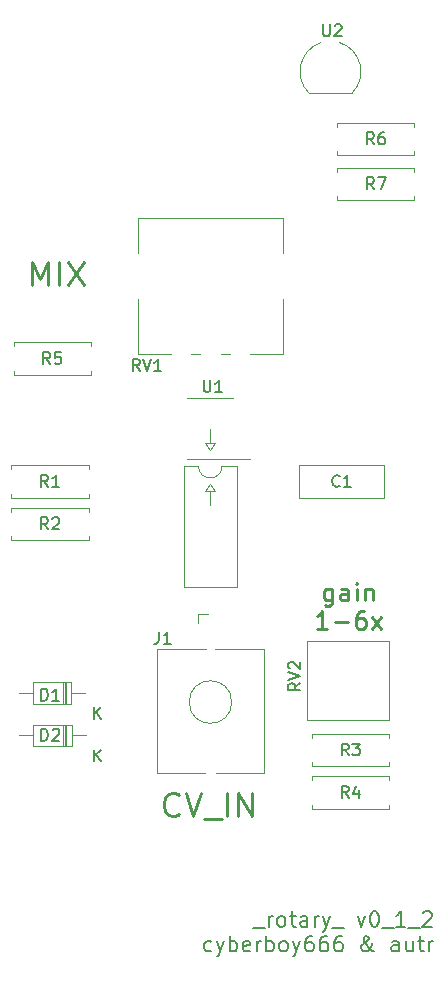
<source format=gbr>
%TF.GenerationSoftware,KiCad,Pcbnew,6.0.7*%
%TF.CreationDate,2023-06-08T16:58:43+12:00*%
%TF.ProjectId,_rotary_,5f726f74-6172-4795-9f2e-6b696361645f,v0_1_2*%
%TF.SameCoordinates,Original*%
%TF.FileFunction,Legend,Top*%
%TF.FilePolarity,Positive*%
%FSLAX46Y46*%
G04 Gerber Fmt 4.6, Leading zero omitted, Abs format (unit mm)*
G04 Created by KiCad (PCBNEW 6.0.7) date 2023-06-08 16:58:43*
%MOMM*%
%LPD*%
G01*
G04 APERTURE LIST*
%ADD10C,0.250000*%
%ADD11C,0.200000*%
%ADD12C,0.150000*%
%ADD13C,0.120000*%
G04 APERTURE END LIST*
D10*
X110307142Y-108071071D02*
X110307142Y-109285357D01*
X110235714Y-109428214D01*
X110164285Y-109499642D01*
X110021428Y-109571071D01*
X109807142Y-109571071D01*
X109664285Y-109499642D01*
X110307142Y-108999642D02*
X110164285Y-109071071D01*
X109878571Y-109071071D01*
X109735714Y-108999642D01*
X109664285Y-108928214D01*
X109592857Y-108785357D01*
X109592857Y-108356785D01*
X109664285Y-108213928D01*
X109735714Y-108142500D01*
X109878571Y-108071071D01*
X110164285Y-108071071D01*
X110307142Y-108142500D01*
X111664285Y-109071071D02*
X111664285Y-108285357D01*
X111592857Y-108142500D01*
X111450000Y-108071071D01*
X111164285Y-108071071D01*
X111021428Y-108142500D01*
X111664285Y-108999642D02*
X111521428Y-109071071D01*
X111164285Y-109071071D01*
X111021428Y-108999642D01*
X110950000Y-108856785D01*
X110950000Y-108713928D01*
X111021428Y-108571071D01*
X111164285Y-108499642D01*
X111521428Y-108499642D01*
X111664285Y-108428214D01*
X112378571Y-109071071D02*
X112378571Y-108071071D01*
X112378571Y-107571071D02*
X112307142Y-107642500D01*
X112378571Y-107713928D01*
X112450000Y-107642500D01*
X112378571Y-107571071D01*
X112378571Y-107713928D01*
X113092857Y-108071071D02*
X113092857Y-109071071D01*
X113092857Y-108213928D02*
X113164285Y-108142500D01*
X113307142Y-108071071D01*
X113521428Y-108071071D01*
X113664285Y-108142500D01*
X113735714Y-108285357D01*
X113735714Y-109071071D01*
X109878571Y-111486071D02*
X109021428Y-111486071D01*
X109450000Y-111486071D02*
X109450000Y-109986071D01*
X109307142Y-110200357D01*
X109164285Y-110343214D01*
X109021428Y-110414642D01*
X110521428Y-110914642D02*
X111664285Y-110914642D01*
X113021428Y-109986071D02*
X112735714Y-109986071D01*
X112592857Y-110057500D01*
X112521428Y-110128928D01*
X112378571Y-110343214D01*
X112307142Y-110628928D01*
X112307142Y-111200357D01*
X112378571Y-111343214D01*
X112450000Y-111414642D01*
X112592857Y-111486071D01*
X112878571Y-111486071D01*
X113021428Y-111414642D01*
X113092857Y-111343214D01*
X113164285Y-111200357D01*
X113164285Y-110843214D01*
X113092857Y-110700357D01*
X113021428Y-110628928D01*
X112878571Y-110557500D01*
X112592857Y-110557500D01*
X112450000Y-110628928D01*
X112378571Y-110700357D01*
X112307142Y-110843214D01*
X113664285Y-111486071D02*
X114450000Y-110486071D01*
X113664285Y-110486071D02*
X114450000Y-111486071D01*
X97326190Y-127164285D02*
X97230952Y-127259523D01*
X96945238Y-127354761D01*
X96754761Y-127354761D01*
X96469047Y-127259523D01*
X96278571Y-127069047D01*
X96183333Y-126878571D01*
X96088095Y-126497619D01*
X96088095Y-126211904D01*
X96183333Y-125830952D01*
X96278571Y-125640476D01*
X96469047Y-125450000D01*
X96754761Y-125354761D01*
X96945238Y-125354761D01*
X97230952Y-125450000D01*
X97326190Y-125545238D01*
X97897619Y-125354761D02*
X98564285Y-127354761D01*
X99230952Y-125354761D01*
X99421428Y-127545238D02*
X100945238Y-127545238D01*
X101421428Y-127354761D02*
X101421428Y-125354761D01*
X102373809Y-127354761D02*
X102373809Y-125354761D01*
X103516666Y-127354761D01*
X103516666Y-125354761D01*
D11*
X103617619Y-136815404D02*
X104608095Y-136815404D01*
X104917619Y-136691595D02*
X104917619Y-135824928D01*
X104917619Y-136072547D02*
X104979523Y-135948738D01*
X105041428Y-135886833D01*
X105165238Y-135824928D01*
X105289047Y-135824928D01*
X105908095Y-136691595D02*
X105784285Y-136629690D01*
X105722380Y-136567785D01*
X105660476Y-136443976D01*
X105660476Y-136072547D01*
X105722380Y-135948738D01*
X105784285Y-135886833D01*
X105908095Y-135824928D01*
X106093809Y-135824928D01*
X106217619Y-135886833D01*
X106279523Y-135948738D01*
X106341428Y-136072547D01*
X106341428Y-136443976D01*
X106279523Y-136567785D01*
X106217619Y-136629690D01*
X106093809Y-136691595D01*
X105908095Y-136691595D01*
X106712857Y-135824928D02*
X107208095Y-135824928D01*
X106898571Y-135391595D02*
X106898571Y-136505880D01*
X106960476Y-136629690D01*
X107084285Y-136691595D01*
X107208095Y-136691595D01*
X108198571Y-136691595D02*
X108198571Y-136010642D01*
X108136666Y-135886833D01*
X108012857Y-135824928D01*
X107765238Y-135824928D01*
X107641428Y-135886833D01*
X108198571Y-136629690D02*
X108074761Y-136691595D01*
X107765238Y-136691595D01*
X107641428Y-136629690D01*
X107579523Y-136505880D01*
X107579523Y-136382071D01*
X107641428Y-136258261D01*
X107765238Y-136196357D01*
X108074761Y-136196357D01*
X108198571Y-136134452D01*
X108817619Y-136691595D02*
X108817619Y-135824928D01*
X108817619Y-136072547D02*
X108879523Y-135948738D01*
X108941428Y-135886833D01*
X109065238Y-135824928D01*
X109189047Y-135824928D01*
X109498571Y-135824928D02*
X109808095Y-136691595D01*
X110117619Y-135824928D02*
X109808095Y-136691595D01*
X109684285Y-137001119D01*
X109622380Y-137063023D01*
X109498571Y-137124928D01*
X110303333Y-136815404D02*
X111293809Y-136815404D01*
X112470000Y-135824928D02*
X112779523Y-136691595D01*
X113089047Y-135824928D01*
X113831904Y-135391595D02*
X113955714Y-135391595D01*
X114079523Y-135453500D01*
X114141428Y-135515404D01*
X114203333Y-135639214D01*
X114265238Y-135886833D01*
X114265238Y-136196357D01*
X114203333Y-136443976D01*
X114141428Y-136567785D01*
X114079523Y-136629690D01*
X113955714Y-136691595D01*
X113831904Y-136691595D01*
X113708095Y-136629690D01*
X113646190Y-136567785D01*
X113584285Y-136443976D01*
X113522380Y-136196357D01*
X113522380Y-135886833D01*
X113584285Y-135639214D01*
X113646190Y-135515404D01*
X113708095Y-135453500D01*
X113831904Y-135391595D01*
X114512857Y-136815404D02*
X115503333Y-136815404D01*
X116493809Y-136691595D02*
X115750952Y-136691595D01*
X116122380Y-136691595D02*
X116122380Y-135391595D01*
X115998571Y-135577309D01*
X115874761Y-135701119D01*
X115750952Y-135763023D01*
X116741428Y-136815404D02*
X117731904Y-136815404D01*
X117979523Y-135515404D02*
X118041428Y-135453500D01*
X118165238Y-135391595D01*
X118474761Y-135391595D01*
X118598571Y-135453500D01*
X118660476Y-135515404D01*
X118722380Y-135639214D01*
X118722380Y-135763023D01*
X118660476Y-135948738D01*
X117917619Y-136691595D01*
X118722380Y-136691595D01*
X100089047Y-138722690D02*
X99965238Y-138784595D01*
X99717619Y-138784595D01*
X99593809Y-138722690D01*
X99531904Y-138660785D01*
X99470000Y-138536976D01*
X99470000Y-138165547D01*
X99531904Y-138041738D01*
X99593809Y-137979833D01*
X99717619Y-137917928D01*
X99965238Y-137917928D01*
X100089047Y-137979833D01*
X100522380Y-137917928D02*
X100831904Y-138784595D01*
X101141428Y-137917928D02*
X100831904Y-138784595D01*
X100708095Y-139094119D01*
X100646190Y-139156023D01*
X100522380Y-139217928D01*
X101636666Y-138784595D02*
X101636666Y-137484595D01*
X101636666Y-137979833D02*
X101760476Y-137917928D01*
X102008095Y-137917928D01*
X102131904Y-137979833D01*
X102193809Y-138041738D01*
X102255714Y-138165547D01*
X102255714Y-138536976D01*
X102193809Y-138660785D01*
X102131904Y-138722690D01*
X102008095Y-138784595D01*
X101760476Y-138784595D01*
X101636666Y-138722690D01*
X103308095Y-138722690D02*
X103184285Y-138784595D01*
X102936666Y-138784595D01*
X102812857Y-138722690D01*
X102750952Y-138598880D01*
X102750952Y-138103642D01*
X102812857Y-137979833D01*
X102936666Y-137917928D01*
X103184285Y-137917928D01*
X103308095Y-137979833D01*
X103370000Y-138103642D01*
X103370000Y-138227452D01*
X102750952Y-138351261D01*
X103927142Y-138784595D02*
X103927142Y-137917928D01*
X103927142Y-138165547D02*
X103989047Y-138041738D01*
X104050952Y-137979833D01*
X104174761Y-137917928D01*
X104298571Y-137917928D01*
X104731904Y-138784595D02*
X104731904Y-137484595D01*
X104731904Y-137979833D02*
X104855714Y-137917928D01*
X105103333Y-137917928D01*
X105227142Y-137979833D01*
X105289047Y-138041738D01*
X105350952Y-138165547D01*
X105350952Y-138536976D01*
X105289047Y-138660785D01*
X105227142Y-138722690D01*
X105103333Y-138784595D01*
X104855714Y-138784595D01*
X104731904Y-138722690D01*
X106093809Y-138784595D02*
X105970000Y-138722690D01*
X105908095Y-138660785D01*
X105846190Y-138536976D01*
X105846190Y-138165547D01*
X105908095Y-138041738D01*
X105970000Y-137979833D01*
X106093809Y-137917928D01*
X106279523Y-137917928D01*
X106403333Y-137979833D01*
X106465238Y-138041738D01*
X106527142Y-138165547D01*
X106527142Y-138536976D01*
X106465238Y-138660785D01*
X106403333Y-138722690D01*
X106279523Y-138784595D01*
X106093809Y-138784595D01*
X106960476Y-137917928D02*
X107270000Y-138784595D01*
X107579523Y-137917928D02*
X107270000Y-138784595D01*
X107146190Y-139094119D01*
X107084285Y-139156023D01*
X106960476Y-139217928D01*
X108631904Y-137484595D02*
X108384285Y-137484595D01*
X108260476Y-137546500D01*
X108198571Y-137608404D01*
X108074761Y-137794119D01*
X108012857Y-138041738D01*
X108012857Y-138536976D01*
X108074761Y-138660785D01*
X108136666Y-138722690D01*
X108260476Y-138784595D01*
X108508095Y-138784595D01*
X108631904Y-138722690D01*
X108693809Y-138660785D01*
X108755714Y-138536976D01*
X108755714Y-138227452D01*
X108693809Y-138103642D01*
X108631904Y-138041738D01*
X108508095Y-137979833D01*
X108260476Y-137979833D01*
X108136666Y-138041738D01*
X108074761Y-138103642D01*
X108012857Y-138227452D01*
X109870000Y-137484595D02*
X109622380Y-137484595D01*
X109498571Y-137546500D01*
X109436666Y-137608404D01*
X109312857Y-137794119D01*
X109250952Y-138041738D01*
X109250952Y-138536976D01*
X109312857Y-138660785D01*
X109374761Y-138722690D01*
X109498571Y-138784595D01*
X109746190Y-138784595D01*
X109870000Y-138722690D01*
X109931904Y-138660785D01*
X109993809Y-138536976D01*
X109993809Y-138227452D01*
X109931904Y-138103642D01*
X109870000Y-138041738D01*
X109746190Y-137979833D01*
X109498571Y-137979833D01*
X109374761Y-138041738D01*
X109312857Y-138103642D01*
X109250952Y-138227452D01*
X111108095Y-137484595D02*
X110860476Y-137484595D01*
X110736666Y-137546500D01*
X110674761Y-137608404D01*
X110550952Y-137794119D01*
X110489047Y-138041738D01*
X110489047Y-138536976D01*
X110550952Y-138660785D01*
X110612857Y-138722690D01*
X110736666Y-138784595D01*
X110984285Y-138784595D01*
X111108095Y-138722690D01*
X111170000Y-138660785D01*
X111231904Y-138536976D01*
X111231904Y-138227452D01*
X111170000Y-138103642D01*
X111108095Y-138041738D01*
X110984285Y-137979833D01*
X110736666Y-137979833D01*
X110612857Y-138041738D01*
X110550952Y-138103642D01*
X110489047Y-138227452D01*
X113831904Y-138784595D02*
X113770000Y-138784595D01*
X113646190Y-138722690D01*
X113460476Y-138536976D01*
X113150952Y-138165547D01*
X113027142Y-137979833D01*
X112965238Y-137794119D01*
X112965238Y-137670309D01*
X113027142Y-137546500D01*
X113150952Y-137484595D01*
X113212857Y-137484595D01*
X113336666Y-137546500D01*
X113398571Y-137670309D01*
X113398571Y-137732214D01*
X113336666Y-137856023D01*
X113274761Y-137917928D01*
X112903333Y-138165547D01*
X112841428Y-138227452D01*
X112779523Y-138351261D01*
X112779523Y-138536976D01*
X112841428Y-138660785D01*
X112903333Y-138722690D01*
X113027142Y-138784595D01*
X113212857Y-138784595D01*
X113336666Y-138722690D01*
X113398571Y-138660785D01*
X113584285Y-138413166D01*
X113646190Y-138227452D01*
X113646190Y-138103642D01*
X115936666Y-138784595D02*
X115936666Y-138103642D01*
X115874761Y-137979833D01*
X115750952Y-137917928D01*
X115503333Y-137917928D01*
X115379523Y-137979833D01*
X115936666Y-138722690D02*
X115812857Y-138784595D01*
X115503333Y-138784595D01*
X115379523Y-138722690D01*
X115317619Y-138598880D01*
X115317619Y-138475071D01*
X115379523Y-138351261D01*
X115503333Y-138289357D01*
X115812857Y-138289357D01*
X115936666Y-138227452D01*
X117112857Y-137917928D02*
X117112857Y-138784595D01*
X116555714Y-137917928D02*
X116555714Y-138598880D01*
X116617619Y-138722690D01*
X116741428Y-138784595D01*
X116927142Y-138784595D01*
X117050952Y-138722690D01*
X117112857Y-138660785D01*
X117546190Y-137917928D02*
X118041428Y-137917928D01*
X117731904Y-137484595D02*
X117731904Y-138598880D01*
X117793809Y-138722690D01*
X117917619Y-138784595D01*
X118041428Y-138784595D01*
X118474761Y-138784595D02*
X118474761Y-137917928D01*
X118474761Y-138165547D02*
X118536666Y-138041738D01*
X118598571Y-137979833D01*
X118722380Y-137917928D01*
X118846190Y-137917928D01*
D10*
X84904761Y-82404761D02*
X84904761Y-80404761D01*
X85571428Y-81833333D01*
X86238095Y-80404761D01*
X86238095Y-82404761D01*
X87190476Y-82404761D02*
X87190476Y-80404761D01*
X87952380Y-80404761D02*
X89285714Y-82404761D01*
X89285714Y-80404761D02*
X87952380Y-82404761D01*
D12*
%TO.C,J1*%
X95636666Y-111732380D02*
X95636666Y-112446666D01*
X95589047Y-112589523D01*
X95493809Y-112684761D01*
X95350952Y-112732380D01*
X95255714Y-112732380D01*
X96636666Y-112732380D02*
X96065238Y-112732380D01*
X96350952Y-112732380D02*
X96350952Y-111732380D01*
X96255714Y-111875238D01*
X96160476Y-111970476D01*
X96065238Y-112018095D01*
%TO.C,C1*%
X110933333Y-99357142D02*
X110885714Y-99404761D01*
X110742857Y-99452380D01*
X110647619Y-99452380D01*
X110504761Y-99404761D01*
X110409523Y-99309523D01*
X110361904Y-99214285D01*
X110314285Y-99023809D01*
X110314285Y-98880952D01*
X110361904Y-98690476D01*
X110409523Y-98595238D01*
X110504761Y-98500000D01*
X110647619Y-98452380D01*
X110742857Y-98452380D01*
X110885714Y-98500000D01*
X110933333Y-98547619D01*
X111885714Y-99452380D02*
X111314285Y-99452380D01*
X111600000Y-99452380D02*
X111600000Y-98452380D01*
X111504761Y-98595238D01*
X111409523Y-98690476D01*
X111314285Y-98738095D01*
%TO.C,R3*%
X111693333Y-122202380D02*
X111360000Y-121726190D01*
X111121904Y-122202380D02*
X111121904Y-121202380D01*
X111502857Y-121202380D01*
X111598095Y-121250000D01*
X111645714Y-121297619D01*
X111693333Y-121392857D01*
X111693333Y-121535714D01*
X111645714Y-121630952D01*
X111598095Y-121678571D01*
X111502857Y-121726190D01*
X111121904Y-121726190D01*
X112026666Y-121202380D02*
X112645714Y-121202380D01*
X112312380Y-121583333D01*
X112455238Y-121583333D01*
X112550476Y-121630952D01*
X112598095Y-121678571D01*
X112645714Y-121773809D01*
X112645714Y-122011904D01*
X112598095Y-122107142D01*
X112550476Y-122154761D01*
X112455238Y-122202380D01*
X112169523Y-122202380D01*
X112074285Y-122154761D01*
X112026666Y-122107142D01*
%TO.C,U1*%
X99413095Y-90427380D02*
X99413095Y-91236904D01*
X99460714Y-91332142D01*
X99508333Y-91379761D01*
X99603571Y-91427380D01*
X99794047Y-91427380D01*
X99889285Y-91379761D01*
X99936904Y-91332142D01*
X99984523Y-91236904D01*
X99984523Y-90427380D01*
X100984523Y-91427380D02*
X100413095Y-91427380D01*
X100698809Y-91427380D02*
X100698809Y-90427380D01*
X100603571Y-90570238D01*
X100508333Y-90665476D01*
X100413095Y-90713095D01*
%TO.C,R1*%
X86233333Y-99452380D02*
X85900000Y-98976190D01*
X85661904Y-99452380D02*
X85661904Y-98452380D01*
X86042857Y-98452380D01*
X86138095Y-98500000D01*
X86185714Y-98547619D01*
X86233333Y-98642857D01*
X86233333Y-98785714D01*
X86185714Y-98880952D01*
X86138095Y-98928571D01*
X86042857Y-98976190D01*
X85661904Y-98976190D01*
X87185714Y-99452380D02*
X86614285Y-99452380D01*
X86900000Y-99452380D02*
X86900000Y-98452380D01*
X86804761Y-98595238D01*
X86709523Y-98690476D01*
X86614285Y-98738095D01*
%TO.C,U2*%
X109538095Y-60302380D02*
X109538095Y-61111904D01*
X109585714Y-61207142D01*
X109633333Y-61254761D01*
X109728571Y-61302380D01*
X109919047Y-61302380D01*
X110014285Y-61254761D01*
X110061904Y-61207142D01*
X110109523Y-61111904D01*
X110109523Y-60302380D01*
X110538095Y-60397619D02*
X110585714Y-60350000D01*
X110680952Y-60302380D01*
X110919047Y-60302380D01*
X111014285Y-60350000D01*
X111061904Y-60397619D01*
X111109523Y-60492857D01*
X111109523Y-60588095D01*
X111061904Y-60730952D01*
X110490476Y-61302380D01*
X111109523Y-61302380D01*
%TO.C,R5*%
X86433333Y-89052380D02*
X86100000Y-88576190D01*
X85861904Y-89052380D02*
X85861904Y-88052380D01*
X86242857Y-88052380D01*
X86338095Y-88100000D01*
X86385714Y-88147619D01*
X86433333Y-88242857D01*
X86433333Y-88385714D01*
X86385714Y-88480952D01*
X86338095Y-88528571D01*
X86242857Y-88576190D01*
X85861904Y-88576190D01*
X87338095Y-88052380D02*
X86861904Y-88052380D01*
X86814285Y-88528571D01*
X86861904Y-88480952D01*
X86957142Y-88433333D01*
X87195238Y-88433333D01*
X87290476Y-88480952D01*
X87338095Y-88528571D01*
X87385714Y-88623809D01*
X87385714Y-88861904D01*
X87338095Y-88957142D01*
X87290476Y-89004761D01*
X87195238Y-89052380D01*
X86957142Y-89052380D01*
X86861904Y-89004761D01*
X86814285Y-88957142D01*
%TO.C,RV2*%
X107602380Y-116070238D02*
X107126190Y-116403571D01*
X107602380Y-116641666D02*
X106602380Y-116641666D01*
X106602380Y-116260714D01*
X106650000Y-116165476D01*
X106697619Y-116117857D01*
X106792857Y-116070238D01*
X106935714Y-116070238D01*
X107030952Y-116117857D01*
X107078571Y-116165476D01*
X107126190Y-116260714D01*
X107126190Y-116641666D01*
X106602380Y-115784523D02*
X107602380Y-115451190D01*
X106602380Y-115117857D01*
X106697619Y-114832142D02*
X106650000Y-114784523D01*
X106602380Y-114689285D01*
X106602380Y-114451190D01*
X106650000Y-114355952D01*
X106697619Y-114308333D01*
X106792857Y-114260714D01*
X106888095Y-114260714D01*
X107030952Y-114308333D01*
X107602380Y-114879761D01*
X107602380Y-114260714D01*
%TO.C,R6*%
X113833333Y-70452380D02*
X113500000Y-69976190D01*
X113261904Y-70452380D02*
X113261904Y-69452380D01*
X113642857Y-69452380D01*
X113738095Y-69500000D01*
X113785714Y-69547619D01*
X113833333Y-69642857D01*
X113833333Y-69785714D01*
X113785714Y-69880952D01*
X113738095Y-69928571D01*
X113642857Y-69976190D01*
X113261904Y-69976190D01*
X114690476Y-69452380D02*
X114500000Y-69452380D01*
X114404761Y-69500000D01*
X114357142Y-69547619D01*
X114261904Y-69690476D01*
X114214285Y-69880952D01*
X114214285Y-70261904D01*
X114261904Y-70357142D01*
X114309523Y-70404761D01*
X114404761Y-70452380D01*
X114595238Y-70452380D01*
X114690476Y-70404761D01*
X114738095Y-70357142D01*
X114785714Y-70261904D01*
X114785714Y-70023809D01*
X114738095Y-69928571D01*
X114690476Y-69880952D01*
X114595238Y-69833333D01*
X114404761Y-69833333D01*
X114309523Y-69880952D01*
X114261904Y-69928571D01*
X114214285Y-70023809D01*
%TO.C,RV1*%
X94004761Y-89652380D02*
X93671428Y-89176190D01*
X93433333Y-89652380D02*
X93433333Y-88652380D01*
X93814285Y-88652380D01*
X93909523Y-88700000D01*
X93957142Y-88747619D01*
X94004761Y-88842857D01*
X94004761Y-88985714D01*
X93957142Y-89080952D01*
X93909523Y-89128571D01*
X93814285Y-89176190D01*
X93433333Y-89176190D01*
X94290476Y-88652380D02*
X94623809Y-89652380D01*
X94957142Y-88652380D01*
X95814285Y-89652380D02*
X95242857Y-89652380D01*
X95528571Y-89652380D02*
X95528571Y-88652380D01*
X95433333Y-88795238D01*
X95338095Y-88890476D01*
X95242857Y-88938095D01*
%TO.C,R4*%
X111693333Y-125802380D02*
X111360000Y-125326190D01*
X111121904Y-125802380D02*
X111121904Y-124802380D01*
X111502857Y-124802380D01*
X111598095Y-124850000D01*
X111645714Y-124897619D01*
X111693333Y-124992857D01*
X111693333Y-125135714D01*
X111645714Y-125230952D01*
X111598095Y-125278571D01*
X111502857Y-125326190D01*
X111121904Y-125326190D01*
X112550476Y-125135714D02*
X112550476Y-125802380D01*
X112312380Y-124754761D02*
X112074285Y-125469047D01*
X112693333Y-125469047D01*
%TO.C,D2*%
X85676904Y-120952380D02*
X85676904Y-119952380D01*
X85915000Y-119952380D01*
X86057857Y-120000000D01*
X86153095Y-120095238D01*
X86200714Y-120190476D01*
X86248333Y-120380952D01*
X86248333Y-120523809D01*
X86200714Y-120714285D01*
X86153095Y-120809523D01*
X86057857Y-120904761D01*
X85915000Y-120952380D01*
X85676904Y-120952380D01*
X86629285Y-120047619D02*
X86676904Y-120000000D01*
X86772142Y-119952380D01*
X87010238Y-119952380D01*
X87105476Y-120000000D01*
X87153095Y-120047619D01*
X87200714Y-120142857D01*
X87200714Y-120238095D01*
X87153095Y-120380952D01*
X86581666Y-120952380D01*
X87200714Y-120952380D01*
X90153095Y-122702380D02*
X90153095Y-121702380D01*
X90724523Y-122702380D02*
X90295952Y-122130952D01*
X90724523Y-121702380D02*
X90153095Y-122273809D01*
%TO.C,D1*%
X85661904Y-117552380D02*
X85661904Y-116552380D01*
X85900000Y-116552380D01*
X86042857Y-116600000D01*
X86138095Y-116695238D01*
X86185714Y-116790476D01*
X86233333Y-116980952D01*
X86233333Y-117123809D01*
X86185714Y-117314285D01*
X86138095Y-117409523D01*
X86042857Y-117504761D01*
X85900000Y-117552380D01*
X85661904Y-117552380D01*
X87185714Y-117552380D02*
X86614285Y-117552380D01*
X86900000Y-117552380D02*
X86900000Y-116552380D01*
X86804761Y-116695238D01*
X86709523Y-116790476D01*
X86614285Y-116838095D01*
X90138095Y-119102380D02*
X90138095Y-118102380D01*
X90709523Y-119102380D02*
X90280952Y-118530952D01*
X90709523Y-118102380D02*
X90138095Y-118673809D01*
%TO.C,R2*%
X86243333Y-103052380D02*
X85910000Y-102576190D01*
X85671904Y-103052380D02*
X85671904Y-102052380D01*
X86052857Y-102052380D01*
X86148095Y-102100000D01*
X86195714Y-102147619D01*
X86243333Y-102242857D01*
X86243333Y-102385714D01*
X86195714Y-102480952D01*
X86148095Y-102528571D01*
X86052857Y-102576190D01*
X85671904Y-102576190D01*
X86624285Y-102147619D02*
X86671904Y-102100000D01*
X86767142Y-102052380D01*
X87005238Y-102052380D01*
X87100476Y-102100000D01*
X87148095Y-102147619D01*
X87195714Y-102242857D01*
X87195714Y-102338095D01*
X87148095Y-102480952D01*
X86576666Y-103052380D01*
X87195714Y-103052380D01*
%TO.C,R7*%
X113833333Y-74252380D02*
X113500000Y-73776190D01*
X113261904Y-74252380D02*
X113261904Y-73252380D01*
X113642857Y-73252380D01*
X113738095Y-73300000D01*
X113785714Y-73347619D01*
X113833333Y-73442857D01*
X113833333Y-73585714D01*
X113785714Y-73680952D01*
X113738095Y-73728571D01*
X113642857Y-73776190D01*
X113261904Y-73776190D01*
X114166666Y-73252380D02*
X114833333Y-73252380D01*
X114404761Y-74252380D01*
D13*
%TO.C,J1*%
X98940000Y-110200000D02*
X99800000Y-110200000D01*
X104500000Y-113180000D02*
X104500000Y-123680000D01*
X104500000Y-123680000D02*
X100500000Y-123680000D01*
X98940000Y-110200000D02*
X98940000Y-111000000D01*
X99650000Y-113180000D02*
X95500000Y-113180000D01*
X95500000Y-113180000D02*
X95500000Y-123680000D01*
X99500000Y-123680000D02*
X95500000Y-123680000D01*
X104500000Y-113180000D02*
X100350000Y-113180000D01*
X101800000Y-117680000D02*
G75*
G03*
X101800000Y-117680000I-1800000J0D01*
G01*
%TO.C,C1*%
X114720000Y-100370000D02*
X107480000Y-100370000D01*
X114720000Y-100370000D02*
X114720000Y-97630000D01*
X107480000Y-100370000D02*
X107480000Y-97630000D01*
X114720000Y-97630000D02*
X107480000Y-97630000D01*
%TO.C,R3*%
X108590000Y-120380000D02*
X115130000Y-120380000D01*
X108590000Y-122790000D02*
X108590000Y-123120000D01*
X108590000Y-120710000D02*
X108590000Y-120380000D01*
X115130000Y-123120000D02*
X115130000Y-122790000D01*
X108590000Y-123120000D02*
X115130000Y-123120000D01*
X115130000Y-120380000D02*
X115130000Y-120710000D01*
%TO.C,U1*%
X99925000Y-97085000D02*
X103375000Y-97085000D01*
X97735000Y-97695000D02*
X97735000Y-107975000D01*
X100375000Y-95775000D02*
X99975000Y-96375000D01*
X102235000Y-107975000D02*
X102235000Y-97695000D01*
X102235000Y-97695000D02*
X100985000Y-97695000D01*
X98985000Y-97695000D02*
X97735000Y-97695000D01*
X99975000Y-99175000D02*
X100375000Y-99775000D01*
X99975000Y-96375000D02*
X99575000Y-95775000D01*
X99575000Y-95775000D02*
X100375000Y-95775000D01*
X99575000Y-99775000D02*
X99975000Y-99175000D01*
X100375000Y-99775000D02*
X99575000Y-99775000D01*
X99925000Y-91965000D02*
X101875000Y-91965000D01*
X99975000Y-95775000D02*
X99975000Y-94575000D01*
X99925000Y-91965000D02*
X97975000Y-91965000D01*
X99925000Y-97085000D02*
X97975000Y-97085000D01*
X99975000Y-99775000D02*
X99975000Y-100975000D01*
X97735000Y-107975000D02*
X102235000Y-107975000D01*
X98985000Y-97695000D02*
G75*
G03*
X100985000Y-97695000I1000000J0D01*
G01*
%TO.C,R1*%
X89680000Y-100370000D02*
X89680000Y-100040000D01*
X83140000Y-97960000D02*
X83140000Y-97630000D01*
X83140000Y-100040000D02*
X83140000Y-100370000D01*
X89680000Y-97630000D02*
X89680000Y-97960000D01*
X83140000Y-97630000D02*
X89680000Y-97630000D01*
X83140000Y-100370000D02*
X89680000Y-100370000D01*
%TO.C,U2*%
X108370000Y-66150000D02*
X111970000Y-66150000D01*
X111978445Y-66127684D02*
G75*
G03*
X110950000Y-61850000I-1808445J1827684D01*
G01*
X109350000Y-61850000D02*
G75*
G03*
X108358125Y-66141741I820000J-2450000D01*
G01*
%TO.C,R5*%
X83330000Y-89970000D02*
X83330000Y-89640000D01*
X89870000Y-89970000D02*
X83330000Y-89970000D01*
X89870000Y-87230000D02*
X83330000Y-87230000D01*
X83330000Y-87230000D02*
X83330000Y-87560000D01*
X89870000Y-89640000D02*
X89870000Y-89970000D01*
X89870000Y-87560000D02*
X89870000Y-87230000D01*
%TO.C,RV2*%
X108150000Y-119225000D02*
X108150000Y-112475000D01*
X115150000Y-119225000D02*
X115150000Y-112475000D01*
X108150000Y-119225000D02*
X115150000Y-119225000D01*
X108150000Y-112475000D02*
X115150000Y-112475000D01*
%TO.C,R6*%
X110730000Y-71370000D02*
X110730000Y-71040000D01*
X117270000Y-68630000D02*
X110730000Y-68630000D01*
X117270000Y-71040000D02*
X117270000Y-71370000D01*
X117270000Y-71370000D02*
X110730000Y-71370000D01*
X117270000Y-68960000D02*
X117270000Y-68630000D01*
X110730000Y-68630000D02*
X110730000Y-68960000D01*
%TO.C,RV1*%
X93830000Y-76655000D02*
X106170000Y-76655000D01*
X106170000Y-79670000D02*
X106170000Y-76655000D01*
X106170000Y-88245000D02*
X106170000Y-83579000D01*
X98371000Y-88245000D02*
X99130000Y-88245000D01*
X103370000Y-88245000D02*
X106170000Y-88245000D01*
X100871000Y-88245000D02*
X101630000Y-88245000D01*
X93830000Y-88245000D02*
X96629000Y-88245000D01*
X93830000Y-88245000D02*
X93830000Y-83579000D01*
X93830000Y-79670000D02*
X93830000Y-76655000D01*
%TO.C,R4*%
X108590000Y-123980000D02*
X115130000Y-123980000D01*
X108590000Y-126720000D02*
X115130000Y-126720000D01*
X108590000Y-124310000D02*
X108590000Y-123980000D01*
X115130000Y-126720000D02*
X115130000Y-126390000D01*
X115130000Y-123980000D02*
X115130000Y-124310000D01*
X108590000Y-126390000D02*
X108590000Y-126720000D01*
%TO.C,D2*%
X87549000Y-121420000D02*
X87549000Y-119580000D01*
X88245000Y-119580000D02*
X84965000Y-119580000D01*
X83785000Y-120500000D02*
X84965000Y-120500000D01*
X87669000Y-121420000D02*
X87669000Y-119580000D01*
X84965000Y-119580000D02*
X84965000Y-121420000D01*
X88245000Y-121420000D02*
X88245000Y-119580000D01*
X89425000Y-120500000D02*
X88245000Y-120500000D01*
X87789000Y-121420000D02*
X87789000Y-119580000D01*
X84965000Y-121420000D02*
X88245000Y-121420000D01*
%TO.C,D1*%
X88230000Y-117820000D02*
X88230000Y-115980000D01*
X87534000Y-117820000D02*
X87534000Y-115980000D01*
X87774000Y-117820000D02*
X87774000Y-115980000D01*
X87654000Y-117820000D02*
X87654000Y-115980000D01*
X84950000Y-115980000D02*
X84950000Y-117820000D01*
X83770000Y-116900000D02*
X84950000Y-116900000D01*
X84950000Y-117820000D02*
X88230000Y-117820000D01*
X88230000Y-115980000D02*
X84950000Y-115980000D01*
X89410000Y-116900000D02*
X88230000Y-116900000D01*
%TO.C,R2*%
X89680000Y-103970000D02*
X89680000Y-103640000D01*
X83140000Y-103970000D02*
X89680000Y-103970000D01*
X83140000Y-101560000D02*
X83140000Y-101230000D01*
X83140000Y-101230000D02*
X89680000Y-101230000D01*
X89680000Y-101230000D02*
X89680000Y-101560000D01*
X83140000Y-103640000D02*
X83140000Y-103970000D01*
%TO.C,R7*%
X110730000Y-75170000D02*
X117270000Y-75170000D01*
X110730000Y-74840000D02*
X110730000Y-75170000D01*
X110730000Y-72430000D02*
X117270000Y-72430000D01*
X117270000Y-72430000D02*
X117270000Y-72760000D01*
X117270000Y-75170000D02*
X117270000Y-74840000D01*
X110730000Y-72760000D02*
X110730000Y-72430000D01*
%TD*%
M02*

</source>
